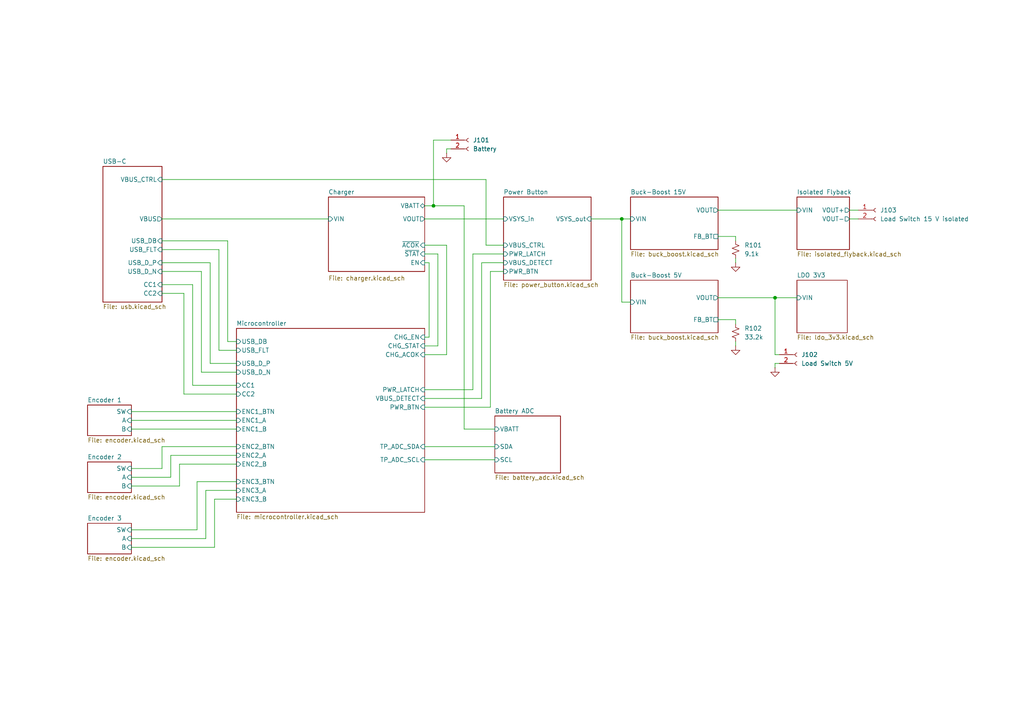
<source format=kicad_sch>
(kicad_sch (version 20250114) (generator "eeschema") (generator_version "9.0")
  (paper "A4")
  (lib_symbols
    (symbol "Connector:Conn_01x02_Socket" (pin_names (offset 1.016) (hide yes))
      (property "Reference" "J" (at 0 2.54 0))
      (property "Value" "Conn_01x02_Socket" (at 0 -5.08 0))
      (symbol "Conn_01x02_Socket_1_1"
        (polyline (pts (xy -1.27 0) (xy -0.508 0)) (stroke (width 0.1524)))
        (polyline (pts (xy -1.27 -2.54) (xy -0.508 -2.54)) (stroke (width 0.1524)))
        (arc (start 0 -0.508) (mid -0.5058 0) (end 0 0.508) (stroke (width 0.1524)))
        (arc (start 0 -3.048) (mid -0.5058 -2.54) (end 0 -2.032) (stroke (width 0.1524)))
        (pin passive line (at -5.08 0 0) (length 3.81) (name "Pin_1") (number "1"))
        (pin passive line (at -5.08 -2.54 0) (length 3.81) (name "Pin_2") (number "2"))
      )
    )
    (symbol "Device:R_Small_US" (pin_numbers (hide yes)) (pin_names (offset 0.254) (hide yes))
      (property "Reference" "R" (at 0.762 0.508 0))
      (property "Value" "R_Small_US" (at 0.762 -1.016 0))
      (symbol "R_Small_US_1_1"
        (polyline (pts (xy 0 1.524) (xy 1.016 1.143) (xy 0 0.762) (xy -1.016 0.381) (xy 0 0)))
        (polyline (pts (xy 0 0) (xy 1.016 -0.381) (xy 0 -0.762) (xy -1.016 -1.143) (xy 0 -1.524)))
        (pin passive line (at 0 2.54 270) (length 1.016) (name "~") (number "1"))
        (pin passive line (at 0 -2.54 90) (length 1.016) (name "~") (number "2"))
      )
    )
    (symbol "power:GND" (power) (pin_numbers (hide yes)) (pin_names (offset 0) (hide yes))
      (property "Value" "GND" (at 0 -3.81 0))
      (symbol "GND_0_1"
        (polyline (pts (xy 0 0) (xy 0 -1.27) (xy 1.27 -1.27) (xy 0 -2.54) (xy -1.27 -1.27) (xy 0 -1.27)))
      )
      (symbol "GND_1_1"
        (pin power_in line (at 0 0 270) (length 0) (name "~") (number "1"))
      )
    )
  )
  (junction (at 224.79 86.36))
  (junction (at 125.73 59.69))
  (junction (at 180.34 63.5))
  (wire (pts (xy 137.16 73.66) (xy 137.16 113.03)))
  (wire (pts (xy 182.88 87.63) (xy 180.34 87.63)))
  (wire (pts (xy 146.05 78.74) (xy 142.24 78.74)))
  (wire (pts (xy 66.04 99.06) (xy 66.04 69.85)))
  (wire (pts (xy 129.54 43.18) (xy 130.81 43.18)))
  (wire (pts (xy 208.28 86.36) (xy 224.79 86.36)))
  (wire (pts (xy 68.58 129.54) (xy 46.99 129.54)))
  (wire (pts (xy 52.07 134.62) (xy 52.07 140.97)))
  (wire (pts (xy 134.62 59.69) (xy 125.73 59.69)))
  (wire (pts (xy 246.38 60.96) (xy 248.92 60.96)))
  (wire (pts (xy 213.36 74.93) (xy 213.36 76.2)))
  (wire (pts (xy 123.19 133.35) (xy 143.51 133.35)))
  (wire (pts (xy 38.1 153.67) (xy 57.15 153.67)))
  (wire (pts (xy 46.99 129.54) (xy 46.99 135.89)))
  (wire (pts (xy 46.99 52.07) (xy 140.97 52.07)))
  (wire (pts (xy 68.58 101.6) (xy 63.5 101.6)))
  (wire (pts (xy 68.58 111.76) (xy 55.88 111.76)))
  (wire (pts (xy 123.19 73.66) (xy 127 73.66)))
  (wire (pts (xy 140.97 71.12) (xy 140.97 52.07)))
  (wire (pts (xy 143.51 124.46) (xy 134.62 124.46)))
  (wire (pts (xy 63.5 101.6) (xy 63.5 72.39)))
  (wire (pts (xy 68.58 99.06) (xy 66.04 99.06)))
  (wire (pts (xy 68.58 132.08) (xy 49.53 132.08)))
  (wire (pts (xy 146.05 73.66) (xy 137.16 73.66)))
  (wire (pts (xy 68.58 139.7) (xy 57.15 139.7)))
  (wire (pts (xy 46.99 69.85) (xy 66.04 69.85)))
  (wire (pts (xy 213.36 68.58) (xy 208.28 68.58)))
  (wire (pts (xy 68.58 105.41) (xy 60.96 105.41)))
  (wire (pts (xy 63.5 72.39) (xy 46.99 72.39)))
  (wire (pts (xy 142.24 118.11) (xy 123.19 118.11)))
  (wire (pts (xy 68.58 134.62) (xy 52.07 134.62)))
  (wire (pts (xy 53.34 114.3) (xy 53.34 85.09)))
  (wire (pts (xy 123.19 115.57) (xy 139.7 115.57)))
  (wire (pts (xy 57.15 139.7) (xy 57.15 153.67)))
  (wire (pts (xy 213.36 69.85) (xy 213.36 68.58)))
  (wire (pts (xy 124.46 76.2) (xy 124.46 97.79)))
  (wire (pts (xy 134.62 124.46) (xy 134.62 59.69)))
  (wire (pts (xy 38.1 135.89) (xy 46.99 135.89)))
  (wire (pts (xy 226.06 105.41) (xy 224.79 105.41)))
  (wire (pts (xy 123.19 100.33) (xy 127 100.33)))
  (wire (pts (xy 60.96 76.2) (xy 46.99 76.2)))
  (wire (pts (xy 55.88 82.55) (xy 46.99 82.55)))
  (wire (pts (xy 58.42 107.95) (xy 68.58 107.95)))
  (wire (pts (xy 123.19 71.12) (xy 129.54 71.12)))
  (wire (pts (xy 68.58 144.78) (xy 62.23 144.78)))
  (wire (pts (xy 137.16 113.03) (xy 123.19 113.03)))
  (wire (pts (xy 55.88 111.76) (xy 55.88 82.55)))
  (wire (pts (xy 213.36 93.98) (xy 213.36 92.71)))
  (wire (pts (xy 142.24 78.74) (xy 142.24 118.11)))
  (wire (pts (xy 129.54 44.45) (xy 129.54 43.18)))
  (wire (pts (xy 123.19 102.87) (xy 129.54 102.87)))
  (wire (pts (xy 129.54 102.87) (xy 129.54 71.12)))
  (wire (pts (xy 213.36 99.06) (xy 213.36 100.33)))
  (wire (pts (xy 123.19 129.54) (xy 143.51 129.54)))
  (wire (pts (xy 46.99 78.74) (xy 58.42 78.74)))
  (wire (pts (xy 130.81 40.64) (xy 125.73 40.64)))
  (wire (pts (xy 171.45 63.5) (xy 180.34 63.5)))
  (wire (pts (xy 38.1 124.46) (xy 68.58 124.46)))
  (wire (pts (xy 127 73.66) (xy 127 100.33)))
  (wire (pts (xy 180.34 87.63) (xy 180.34 63.5)))
  (wire (pts (xy 38.1 121.92) (xy 68.58 121.92)))
  (wire (pts (xy 38.1 138.43) (xy 49.53 138.43)))
  (wire (pts (xy 49.53 132.08) (xy 49.53 138.43)))
  (wire (pts (xy 38.1 140.97) (xy 52.07 140.97)))
  (wire (pts (xy 208.28 92.71) (xy 213.36 92.71)))
  (wire (pts (xy 123.19 76.2) (xy 124.46 76.2)))
  (wire (pts (xy 60.96 105.41) (xy 60.96 76.2)))
  (wire (pts (xy 139.7 76.2) (xy 146.05 76.2)))
  (wire (pts (xy 38.1 158.75) (xy 62.23 158.75)))
  (wire (pts (xy 59.69 142.24) (xy 59.69 156.21)))
  (wire (pts (xy 58.42 78.74) (xy 58.42 107.95)))
  (wire (pts (xy 68.58 114.3) (xy 53.34 114.3)))
  (wire (pts (xy 38.1 156.21) (xy 59.69 156.21)))
  (wire (pts (xy 68.58 142.24) (xy 59.69 142.24)))
  (wire (pts (xy 246.38 63.5) (xy 248.92 63.5)))
  (wire (pts (xy 125.73 59.69) (xy 123.19 59.69)))
  (wire (pts (xy 139.7 115.57) (xy 139.7 76.2)))
  (wire (pts (xy 180.34 63.5) (xy 182.88 63.5)))
  (wire (pts (xy 208.28 60.96) (xy 231.14 60.96)))
  (wire (pts (xy 62.23 144.78) (xy 62.23 158.75)))
  (wire (pts (xy 125.73 40.64) (xy 125.73 59.69)))
  (wire (pts (xy 124.46 97.79) (xy 123.19 97.79)))
  (wire (pts (xy 46.99 63.5) (xy 95.25 63.5)))
  (wire (pts (xy 53.34 85.09) (xy 46.99 85.09)))
  (wire (pts (xy 224.79 86.36) (xy 231.14 86.36)))
  (wire (pts (xy 146.05 71.12) (xy 140.97 71.12)))
  (wire (pts (xy 226.06 102.87) (xy 224.79 102.87)))
  (wire (pts (xy 224.79 86.36) (xy 224.79 102.87)))
  (wire (pts (xy 224.79 105.41) (xy 224.79 106.68)))
  (wire (pts (xy 123.19 63.5) (xy 146.05 63.5)))
  (wire (pts (xy 38.1 119.38) (xy 68.58 119.38)))
  (symbol (lib_id "power:GND") (at 213.36 100.33 0) (unit 1)
    (property "Reference" "#PWR0103" (effects (hide yes)))
    (property "Value" "GND" (effects (hide yes)))
    (property "Description" "Power symbol creates a global label with name \"GND\" , ground" (effects (hide yes)))
  )
  (symbol (lib_id "power:GND") (at 129.54 44.45 0) (unit 1)
    (property "Reference" "#PWR0101" (effects (hide yes)))
    (property "Value" "GND" (effects (hide yes)))
    (property "Description" "Power symbol creates a global label with name \"GND\" , ground" (effects (hide yes)))
  )
  (symbol (lib_id "power:GND") (at 213.36 76.2 0) (unit 1)
    (property "Reference" "#PWR0102" (effects (hide yes)))
    (property "Value" "GND" (effects (hide yes)))
    (property "Description" "Power symbol creates a global label with name \"GND\" , ground" (effects (hide yes)))
  )
  (symbol (lib_id "Connector:Conn_01x02_Socket") (at 254 60.96 0) (unit 1)
    (property "Reference" "J103" (at 255.27 60.9599 0) (effects (justify left)))
    (property "Value" "Load Switch 15 V isolated" (at 255.27 63.4999 0) (effects (justify left)))
    (property "Description" "Generic connector, single row, 01x02, script generated" (effects (hide yes)))
  )
  (symbol (lib_id "Device:R_Small_US") (at 213.36 96.52 0) (unit 1)
    (property "Reference" "R102" (at 215.9 95.2499 0) (effects (justify left)))
    (property "Value" "33.2k" (at 215.9 97.7899 0) (effects (justify left)))
    (property "Description" "Resistor, small US symbol" (effects (hide yes)))
  )
  (symbol (lib_id "Connector:Conn_01x02_Socket") (at 135.89 40.64 0) (unit 1)
    (property "Reference" "J101" (at 137.16 40.6399 0) (effects (justify left)))
    (property "Value" "Battery" (at 137.16 43.1799 0) (effects (justify left)))
    (property "Description" "Generic connector, single row, 01x02, script generated" (effects (hide yes)))
  )
  (symbol (lib_id "power:GND") (at 224.79 106.68 0) (unit 1)
    (property "Reference" "#PWR0104" (effects (hide yes)))
    (property "Value" "GND" (effects (hide yes)))
    (property "Description" "Power symbol creates a global label with name \"GND\" , ground" (effects (hide yes)))
  )
  (symbol (lib_id "Device:R_Small_US") (at 213.36 72.39 0) (unit 1)
    (property "Reference" "R101" (at 215.9 71.1199 0) (effects (justify left)))
    (property "Value" "9.1k" (at 215.9 73.6599 0) (effects (justify left)))
    (property "Description" "Resistor, small US symbol" (effects (hide yes)))
  )
  (symbol (lib_id "Connector:Conn_01x02_Socket") (at 231.14 102.87 0) (unit 1)
    (property "Reference" "J102" (at 232.41 102.8699 0) (effects (justify left)))
    (property "Value" "Load Switch 5V" (at 232.41 105.4099 0) (effects (justify left)))
    (property "Description" "Generic connector, single row, 01x02, script generated" (effects (hide yes)))
  )
  (sheet (at 146.05 57.15) (size 25.4 24.13) (stroke (width 0.1524))
    (property "Sheetname" "Power Button" (at 146.05 56.4384 0) (effects (justify left bottom)))
    (property "Sheetfile" "power_button.kicad_sch" (at 146.05 81.8646 0) (effects (justify left top)))
    (pin "PWR_LATCH" input (at 146.05 73.66 180))
    (pin "VSYS_in" input (at 146.05 63.5 180))
    (pin "PWR_BTN" input (at 146.05 78.74 180))
    (pin "VSYS_out" input (at 171.45 63.5 0))
    (pin "VBUS_CTRL" input (at 146.05 71.12 180))
    (pin "VBUS_DETECT" input (at 146.05 76.2 180))
  )
  (sheet (at 182.88 81.28) (size 25.4 15.24) (stroke (width 0.1524))
    (property "Sheetname" "Buck-Boost 5V" (at 182.88 80.5684 0) (effects (justify left bottom)))
    (property "Sheetfile" "buck_boost.kicad_sch" (at 182.88 97.1046 0) (effects (justify left top)))
    (pin "VIN" input (at 182.88 87.63 180))
    (pin "FB_BT" passive (at 208.28 92.71 0))
    (pin "VOUT" output (at 208.28 86.36 0))
  )
  (sheet (at 95.25 57.15) (size 27.94 21.59) (stroke (width 0.1524))
    (property "Sheetname" "Charger" (at 95.25 56.4384 0) (effects (justify left bottom)))
    (property "Sheetfile" "charger.kicad_sch" (at 95.25 79.9596 0) (effects (justify left top)))
    (pin "VOUT" output (at 123.19 63.5 0))
    (pin "VBATT" bidirectional (at 123.19 59.69 0))
    (pin "VIN" input (at 95.25 63.5 180))
    (pin "~{STAT}" input (at 123.19 73.66 0))
    (pin "~{ACOK}" input (at 123.19 71.12 0))
    (pin "EN" input (at 123.19 76.2 0))
  )
  (sheet (at 29.845 48.26) (size 17.145 39.37) (stroke (width 0.1524))
    (property "Sheetname" "USB-C" (at 29.845 47.5484 0) (effects (justify left bottom)))
    (property "Sheetfile" "usb.kicad_sch" (at 29.845 88.2146 0) (effects (justify left top)))
    (pin "USB_D_N" input (at 46.99 78.74 0))
    (pin "USB_DB" input (at 46.99 69.85 0))
    (pin "USB_FLT" input (at 46.99 72.39 0))
    (pin "CC2" input (at 46.99 85.09 0))
    (pin "USB_D_P" input (at 46.99 76.2 0))
    (pin "CC1" input (at 46.99 82.55 0))
    (pin "VBUS_CTRL" input (at 46.99 52.07 0))
    (pin "VBUS" output (at 46.99 63.5 0))
  )
  (sheet (at 182.88 57.15) (size 25.4 15.24) (stroke (width 0.1524))
    (property "Sheetname" "Buck-Boost 15V" (at 182.88 56.4384 0) (effects (justify left bottom)))
    (property "Sheetfile" "buck_boost.kicad_sch" (at 182.88 72.9746 0) (effects (justify left top)))
    (pin "VIN" input (at 182.88 63.5 180))
    (pin "FB_BT" passive (at 208.28 68.58 0))
    (pin "VOUT" output (at 208.28 60.96 0))
  )
  (sheet (at 231.14 57.15) (size 15.24 15.24) (stroke (width 0.1524))
    (property "Sheetname" "Isolated Flyback" (at 231.14 56.4384 0) (effects (justify left bottom)))
    (property "Sheetfile" "isolated_flyback.kicad_sch" (at 231.14 72.9746 0) (effects (justify left top)))
    (pin "VOUT+" output (at 246.38 60.96 0))
    (pin "VOUT-" output (at 246.38 63.5 0))
    (pin "VIN" input (at 231.14 60.96 180))
  )
  (sheet (at 25.4 117.475) (size 12.7 8.89) (stroke (width 0.1524))
    (property "Sheetname" "Encoder 1" (at 25.4 116.7634 0) (effects (justify left bottom)))
    (property "Sheetfile" "encoder.kicad_sch" (at 25.4 126.9496 0) (effects (justify left top)))
    (pin "SW" input (at 38.1 119.38 0))
    (pin "B" input (at 38.1 124.46 0))
    (pin "A" input (at 38.1 121.92 0))
  )
  (sheet (at 68.58 95.25) (size 54.61 53.34) (stroke (width 0.1524))
    (property "Sheetname" "Microcontroller" (at 68.58 94.5384 0) (effects (justify left bottom)))
    (property "Sheetfile" "microcontroller.kicad_sch" (at 68.58 149.1746 0) (effects (justify left top)))
    (pin "CHG_EN" input (at 123.19 97.79 0))
    (pin "CHG_STAT" input (at 123.19 100.33 0))
    (pin "CHG_ACOK" input (at 123.19 102.87 0))
    (pin "PWR_LATCH" input (at 123.19 113.03 0))
    (pin "VBUS_DETECT" input (at 123.19 115.57 0))
    (pin "PWR_BTN" input (at 123.19 118.11 0))
    (pin "USB_FLT" input (at 68.58 101.6 180))
    (pin "USB_D_N" input (at 68.58 107.95 180))
    (pin "USB_DB" input (at 68.58 99.06 180))
    (pin "CC1" input (at 68.58 111.76 180))
    (pin "USB_D_P" input (at 68.58 105.41 180))
    (pin "CC2" input (at 68.58 114.3 180))
    (pin "TP_ADC_SDA" input (at 123.19 129.54 0))
    (pin "TP_ADC_SCL" input (at 123.19 133.35 0))
    (pin "ENC1_B" input (at 68.58 124.46 180))
    (pin "ENC1_BTN" input (at 68.58 119.38 180))
    (pin "ENC2_A" input (at 68.58 132.08 180))
    (pin "ENC2_BTN" input (at 68.58 129.54 180))
    (pin "ENC2_B" input (at 68.58 134.62 180))
    (pin "ENC3_A" input (at 68.58 142.24 180))
    (pin "ENC1_A" input (at 68.58 121.92 180))
    (pin "ENC3_B" input (at 68.58 144.78 180))
    (pin "ENC3_BTN" input (at 68.58 139.7 180))
  )
  (sheet (at 25.4 133.985) (size 12.7 8.89) (stroke (width 0.1524))
    (property "Sheetname" "Encoder 2" (at 25.4 133.2734 0) (effects (justify left bottom)))
    (property "Sheetfile" "encoder.kicad_sch" (at 25.4 143.4596 0) (effects (justify left top)))
    (pin "SW" input (at 38.1 135.89 0))
    (pin "B" input (at 38.1 140.97 0))
    (pin "A" input (at 38.1 138.43 0))
  )
  (sheet (at 143.51 120.65) (size 19.05 16.51) (stroke (width 0.1524))
    (property "Sheetname" "Battery ADC" (at 143.51 119.9384 0) (effects (justify left bottom)))
    (property "Sheetfile" "battery_adc.kicad_sch" (at 143.51 137.7446 0) (effects (justify left top)))
    (pin "SDA" input (at 143.51 129.54 180))
    (pin "SCL" input (at 143.51 133.35 180))
    (pin "VBATT" input (at 143.51 124.46 180))
  )
  (sheet (at 25.4 151.765) (size 12.7 8.89) (stroke (width 0.1524))
    (property "Sheetname" "Encoder 3" (at 25.4 151.0534 0) (effects (justify left bottom)))
    (property "Sheetfile" "encoder.kicad_sch" (at 25.4 161.2396 0) (effects (justify left top)))
    (pin "SW" input (at 38.1 153.67 0))
    (pin "B" input (at 38.1 158.75 0))
    (pin "A" input (at 38.1 156.21 0))
  )
  (sheet (at 231.14 81.28) (size 14.605 15.24) (stroke (width 0.1524))
    (property "Sheetname" "LDO 3V3" (at 231.14 80.5684 0) (effects (justify left bottom)))
    (property "Sheetfile" "ldo_3v3.kicad_sch" (at 231.14 97.1046 0) (effects (justify left top)))
    (pin "VIN" input (at 231.14 86.36 180))
  )
)
</source>
